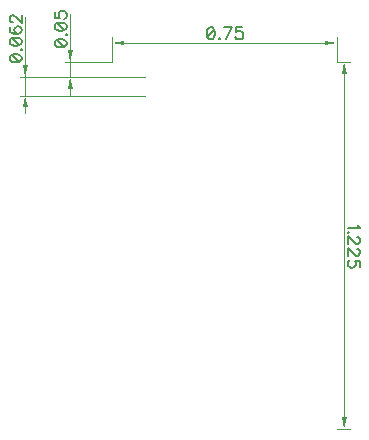
<source format=gbr>
%TF.GenerationSoftware,Novarm,DipTrace,3.3.0.1*%
%TF.CreationDate,2018-11-14T10:23:07-08:00*%
%FSLAX26Y26*%
%MOIN*%
%TF.FileFunction,Drawing,Top*%
%TF.Part,Single*%
%ADD13C,0.001378*%
%ADD33C,0.006176*%
G75*
G01*
%LPD*%
X393700Y1618700D2*
D13*
Y1700885D1*
X1143700Y1618700D2*
Y1700885D1*
X768700Y1681200D2*
X433070D1*
G36*
X393700D2*
X433070Y1689074D1*
Y1673326D1*
X393700Y1681200D1*
G37*
X768700D2*
D13*
X1104330D1*
G36*
X1143700D2*
X1104330Y1673326D1*
Y1689074D1*
X1143700Y1681200D1*
G37*
Y1618700D2*
D13*
X1188385D1*
X1143700Y393700D2*
X1188385D1*
X1168700Y1006200D2*
Y1579330D1*
G36*
Y1618700D2*
X1176574Y1579330D1*
X1160826D1*
X1168700Y1618700D1*
G37*
Y1006200D2*
D13*
Y433070D1*
G36*
Y393700D2*
X1160826Y433070D1*
X1176574D1*
X1168700Y393700D1*
G37*
X393700Y1618700D2*
D13*
X236515D1*
X506200Y1568700D2*
X236515D1*
X256200Y1618700D2*
Y1568700D1*
Y1677755D2*
Y1658070D1*
G36*
Y1618700D2*
X248326Y1658070D1*
X264074D1*
X256200Y1618700D1*
G37*
Y1509645D2*
D13*
Y1529330D1*
G36*
Y1568700D2*
X264074Y1529330D1*
X248326D1*
X256200Y1568700D1*
G37*
Y1779355D2*
D13*
Y1618700D1*
X506200Y1568700D2*
X86515D1*
X506200Y1506200D2*
X86515D1*
X106200Y1568700D2*
Y1506200D1*
Y1627755D2*
Y1608070D1*
G36*
Y1568700D2*
X98326Y1608070D1*
X114074D1*
X106200Y1568700D1*
G37*
Y1447145D2*
D13*
Y1466830D1*
G36*
Y1506200D2*
X114074Y1466830D1*
X98326D1*
X106200Y1506200D1*
G37*
Y1766556D2*
D13*
Y1568700D1*
X722641Y1733559D2*
D33*
X716893Y1731657D1*
X713047Y1725909D1*
X711145Y1716359D1*
Y1710611D1*
X713047Y1701060D1*
X716893Y1695312D1*
X722641Y1693411D1*
X726444D1*
X732192Y1695312D1*
X735995Y1701060D1*
X737940Y1710611D1*
Y1716359D1*
X735995Y1725909D1*
X732192Y1731657D1*
X726444Y1733559D1*
X722641D1*
X735995Y1725909D2*
X713047Y1701060D1*
X752193Y1697258D2*
X750291Y1695312D1*
X752193Y1693411D1*
X754138Y1695312D1*
X752193Y1697258D1*
X774139Y1693411D2*
X793284Y1733559D1*
X766490D1*
X828584D2*
X809482D1*
X807581Y1716359D1*
X809482Y1718260D1*
X815230Y1720205D1*
X820934D1*
X826682Y1718260D1*
X830529Y1714457D1*
X832430Y1708709D1*
Y1704907D1*
X830529Y1699159D1*
X826682Y1695312D1*
X820934Y1693411D1*
X815230D1*
X809482Y1695312D1*
X807581Y1697258D1*
X805636Y1701060D1*
X1213409Y1074728D2*
X1215355Y1070881D1*
X1221059Y1065133D1*
X1180911D1*
X1184758Y1050880D2*
X1182812Y1052782D1*
X1180911Y1050880D1*
X1182812Y1048935D1*
X1184758Y1050880D1*
X1211508Y1034638D2*
X1213409D1*
X1217256Y1032737D1*
X1219157Y1030835D1*
X1221059Y1026989D1*
Y1019339D1*
X1219157Y1015537D1*
X1217256Y1013635D1*
X1213409Y1011690D1*
X1209607D1*
X1205760Y1013635D1*
X1200056Y1017438D1*
X1180911Y1036583D1*
Y1009789D1*
X1211508Y995492D2*
X1213409D1*
X1217256Y993591D1*
X1219157Y991689D1*
X1221059Y987843D1*
Y980193D1*
X1219157Y976391D1*
X1217256Y974489D1*
X1213409Y972544D1*
X1209607D1*
X1205760Y974489D1*
X1200056Y978292D1*
X1180911Y997437D1*
Y970643D1*
X1221059Y935343D2*
Y954444D1*
X1203859Y956346D1*
X1205760Y954444D1*
X1207705Y948696D1*
Y942993D1*
X1205760Y937245D1*
X1201957Y933398D1*
X1196209Y931497D1*
X1192407D1*
X1186659Y933398D1*
X1182812Y937245D1*
X1180911Y942993D1*
Y948696D1*
X1182812Y954444D1*
X1184758Y956346D1*
X1188560Y958291D1*
X203841Y1678830D2*
X205743Y1673082D1*
X211491Y1669235D1*
X221041Y1667334D1*
X226789D1*
X236340Y1669235D1*
X242088Y1673082D1*
X243989Y1678830D1*
Y1682632D1*
X242088Y1688380D1*
X236340Y1692183D1*
X226789Y1694128D1*
X221041D1*
X211491Y1692183D1*
X205743Y1688380D1*
X203841Y1682632D1*
Y1678830D1*
X211491Y1692183D2*
X236340Y1669235D1*
X240142Y1708381D2*
X242088Y1706480D1*
X243989Y1708381D1*
X242088Y1710326D1*
X240142Y1708381D1*
X203841Y1734174D2*
X205743Y1728426D1*
X211491Y1724579D1*
X221041Y1722678D1*
X226789D1*
X236340Y1724579D1*
X242088Y1728426D1*
X243989Y1734174D1*
Y1737976D1*
X242088Y1743724D1*
X236340Y1747527D1*
X226789Y1749473D1*
X221041D1*
X211491Y1747527D1*
X205743Y1743724D1*
X203841Y1737976D1*
Y1734174D1*
X211491Y1747527D2*
X236340Y1724579D1*
X203841Y1784772D2*
Y1765671D1*
X221041Y1763769D1*
X219140Y1765671D1*
X217195Y1771419D1*
Y1777123D1*
X219140Y1782871D1*
X222943Y1786717D1*
X228691Y1788619D1*
X232493D1*
X238241Y1786717D1*
X242088Y1782871D1*
X243989Y1777123D1*
Y1771419D1*
X242088Y1765671D1*
X240142Y1763769D1*
X236340Y1761824D1*
X53841Y1628830D2*
X55743Y1623082D1*
X61491Y1619235D1*
X71041Y1617334D1*
X76789D1*
X86340Y1619235D1*
X92088Y1623082D1*
X93989Y1628830D1*
Y1632632D1*
X92088Y1638380D1*
X86340Y1642183D1*
X76789Y1644128D1*
X71041D1*
X61491Y1642183D1*
X55743Y1638380D1*
X53841Y1632632D1*
Y1628830D1*
X61491Y1642183D2*
X86340Y1619235D1*
X90142Y1658381D2*
X92088Y1656480D1*
X93989Y1658381D1*
X92088Y1660326D1*
X90142Y1658381D1*
X53841Y1684174D2*
X55743Y1678426D1*
X61491Y1674579D1*
X71041Y1672678D1*
X76789D1*
X86340Y1674579D1*
X92088Y1678426D1*
X93989Y1684174D1*
Y1687976D1*
X92088Y1693724D1*
X86340Y1697527D1*
X76789Y1699473D1*
X71041D1*
X61491Y1697527D1*
X55743Y1693724D1*
X53841Y1687976D1*
Y1684174D1*
X61491Y1697527D2*
X86340Y1674579D1*
X59545Y1734772D2*
X55743Y1732871D1*
X53841Y1727123D1*
Y1723320D1*
X55743Y1717572D1*
X61491Y1713725D1*
X71041Y1711824D1*
X80592D1*
X88241Y1713725D1*
X92088Y1717572D1*
X93989Y1723320D1*
Y1725221D1*
X92088Y1730925D1*
X88241Y1734772D1*
X82493Y1736673D1*
X80592D1*
X74844Y1734772D1*
X71041Y1730925D1*
X69140Y1725221D1*
Y1723320D1*
X71041Y1717572D1*
X74844Y1713725D1*
X80592Y1711824D1*
X63392Y1750970D2*
X61491D1*
X57644Y1752871D1*
X55743Y1754773D1*
X53841Y1758619D1*
Y1766269D1*
X55743Y1770071D1*
X57644Y1771972D1*
X61491Y1773918D1*
X65293D1*
X69140Y1771972D1*
X74844Y1768170D1*
X93989Y1749024D1*
Y1775819D1*
M02*

</source>
